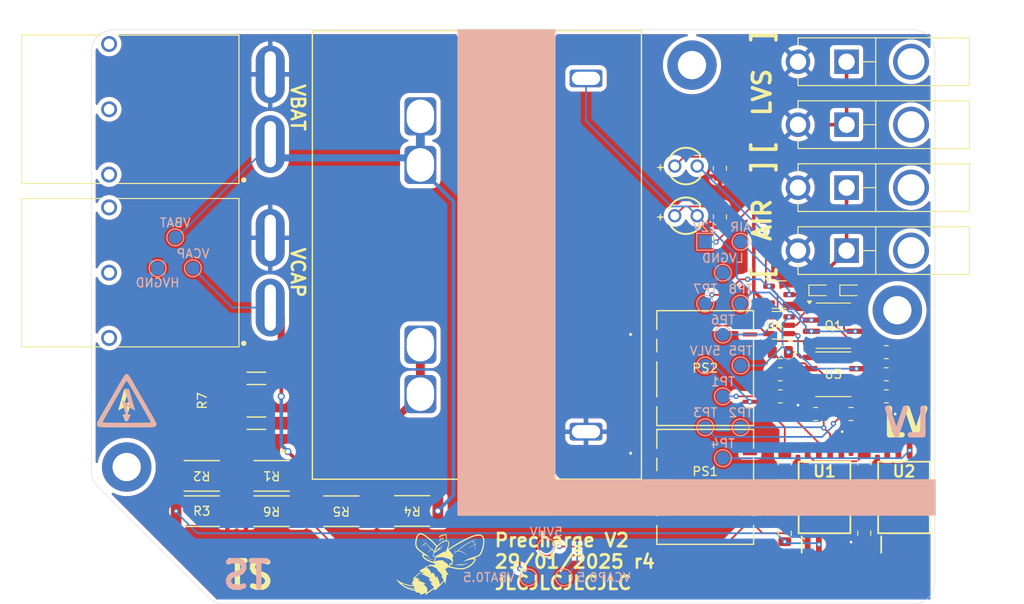
<source format=kicad_pcb>
(kicad_pcb (version 20240108) (generator "pcbnew") (generator_version "8.0")
  (layers (0 "F.Cu" signal) (31 "B.Cu" signal) (34 "B.Paste" user) (35 "F.Paste" user) (36 "B.SilkS" user "B.Silkscreen") (37 "F.SilkS" user "F.Silkscreen") (38 "B.Mask" user) (39 "F.Mask" user) (44 "Edge.Cuts" user))
  (net 0 "")
  (net 1 "VBAT")
  (net 2 "HVGND")
  (net 3 "+5V_HV")
  (net 4 "LVGND")
  (net 5 "+5V_LV")
  (net 6 "VCAP-0.5%")
  (net 7 "+12V")
  (net 8 "VCAP")
  (net 9 "VBAT-0.5%")
  (net 10 "Net-(R1-Pad2)")
  (net 11 "Net-(R4-Pad2)")
  (net 12 "Net-(U3A--)")
  (net 13 "Net-(U3A-+)")
  (net 14 "Net-(U4-+)")
  (net 15 "Net-(U3B--)")
  (net 16 "Net-(U3B-+)")
  (net 17 "Net-(U4--)")
  (net 18 "CHARGE-COIL")
  (net 19 "Net-(U1-OUT+)")
  (net 20 "Net-(U1-OUT-)")
  (net 21 "Net-(U2-OUT+)")
  (net 22 "Net-(U2-OUT-)")
  (net 23 "Net-(K1-Pad3)")
  (net 24 "AIR-FET")
  (net 25 "Net-(D2-K)")
  (net 26 "Net-(D3-K)")
  (net 27 "AIR-COIL")
  (footprint "Capacitor_SMD:C_0805_2012Metric" (layer "F.Cu") (at 194.5 118 90)
    (property "Reference" "C3" (hide yes))
    (property "Value" "100nF")
  )
  (footprint "Capacitor_SMD:C_0805_2012Metric" (layer "F.Cu") (at 203.5 126 90)
    (property "Reference" "C6" (hide yes))
    (property "Value" "100nF")
  )
  (footprint "Resistor_SMD:R_0805_2012Metric" (layer "F.Cu") (at 187.16375 84.679 -90)
    (property "Reference" "R16" (hide yes))
    (property "Value" "600")
  )
  (footprint "customFootprints:RC2512N_VIS" (layer "F.Cu") (at 136.402793 123.5 180)
    (property "Reference" "R6")
    (property "Value" "1K")
  )
  (footprint "Resistor_SMD:R_0805_2012Metric" (layer "F.Cu") (at 187.16375 90.179 -90)
    (property "Reference" "R17" (hide yes))
    (property "Value" "600")
  )
  (footprint "molexMiniFitJr:MFJ_2X1" (layer "F.Cu") (at 201.5 79.746 90)
    (property "Reference" "J3" (hide yes))
    (property "Value" "TSAL_CONN_LV")
  )
  (footprint "customFootprints:RC2512N_VIS" (layer "F.Cu") (at 128.5 123.5)
    (property "Reference" "R3")
    (property "Value" "1K")
  )
  (footprint "MountingHole:MountingHole_3.2mm_M3_DIN965_Pad" (layer "F.Cu") (at 207.25 100.75)
    (property "Reference" "REF**" (hide yes))
    (property "Value" "MountingHole_3.2mm_M3_DIN965_Pad")
  )
  (footprint "MountingHole:MountingHole_3.2mm_M3_DIN965_Pad" (layer "F.Cu") (at 120 118.5)
    (property "Reference" "REF**" (hide yes))
    (property "Value" "MountingHole_3.2mm_M3_DIN965_Pad")
  )
  (footprint "Package_SO:SOIC-8_3.9x4.9mm_P1.27mm" (layer "F.Cu") (at 200 102.5)
    (property "Reference" "Q1")
    (property "Value" "SI1539CDL-T1-GE3")
  )
  (footprint "Diode_SMD:D_SOD-523" (layer "F.Cu") (at 202 98.5)
    (property "Reference" "D1" (hide yes))
    (property "Value" "1N4448X-TP")
  )
  (footprint "customFootprints:SMD5_12.75X10.7X6.7_SINGLE_RCP" (layer "F.Cu") (at 185.4942 107.3)
    (property "Reference" "PS2")
    (property "Value" "PESE1-S12-S5-M-TR")
  )
  (footprint "Package_TO_SOT_SMD:SOT-23-3" (layer "F.Cu") (at 193.862414 98.982821)
    (property "Reference" "Q2" (hide yes))
    (property "Value" "NTR4003NT1G")
  )
  (footprint "customFootprints:Signature-F.Cu" (layer "F.Cu") (at 186 79.25)
    (property "Reference" "REF**" (hide yes))
    (property "Value" "Signature-F.Cu")
  )
  (footprint "customFootprints:RC2512N_VIS" (layer "F.Cu") (at 144.3 123.5 180)
    (property "Reference" "R5")
    (property "Value" "110K")
  )
  (footprint "customFootprints:stinger" (layer "F.Cu") (at 155.5 129.5)
    (property "Reference" "G***" (hide yes))
    (property "Value" "LOGO" (hide yes))
  )
  (footprint "customFootprints:electric-shock-symbol" (layer "F.Cu") (at 120 111)
    (property "Reference" "G***" (hide yes))
    (property "Value" "LOGO" (hide yes))
  )
  (footprint "customFootprints:SOIC127P1150X361-8N" (layer "F.Cu") (at 199.001 121.95 90)
    (property "Reference" "U1")
    (property "Value" "ACPL-C87A-500E" (hide yes))
  )
  (footprint "customFootprints:APP_ASMPR45-1X2-RK" (layer "F.Cu") (at 118.015 96.5 90)
    (property "Reference" "J6" (hide yes))
    (property "Value" "CONN_CAP")
  )
  (footprint "customFootprints:SOIC127P1150X361-8N" (layer "F.Cu") (at 208 121.95 90)
    (property "Reference" "U2")
    (property "Value" "ACPL-C87A-500E" (hide yes))
  )
  (footprint "customFootprints:RC2512N_VIS" (layer "F.Cu") (at 152.325 123.475 180)
    (property "Reference" "R4")
    (property "Value" "124K")
  )
  (footprint "customFootprints:WL-TMRC_3MM" (layer "F.Cu") (at 183.31875 90.054)
    (property "Reference" "D3" (hide yes))
    (property "Value" "151031SS06000")
  )
  (footprint "Resistor_SMD:R_0805_2012Metric" (layer "F.Cu") (at 198 112.5 180)
    (property "Reference" "R10" (hide yes))
    (property "Value" "10K")
  )
  (footprint "molexMiniFitJr:MFJ_2X1" (layer "F.Cu") (at 201.5 86.873 90)
    (property "Reference" "J2" (hide yes))
    (property "Value" "TSAL_CONN_AIR")
  )
  (footprint "Resistor_SMD:R_0805_2012Metric" (layer "F.Cu") (at 206 105.5 180)
    (property "Reference" "R8" (hide yes))
    (property "Value" "9K7")
  )
  (footprint "customFootprints:APP_ASMPR45-1X2-RK" (layer "F.Cu") (at 118.015 78 90)
    (property "Reference" "J5" (hide yes))
    (property "Value" "CONN_HV")
  )
  (footprint "Resistor_SMD:R_0805_2012Metric" (layer "F.Cu") (at 194 105.5)
    (property "Reference" "R12" (hide yes))
    (property "Value" "10K")
  )
  (footprint "Diode_SMD:D_SOD-523" (layer "F.Cu") (at 198.5 98.5)
    (property "Reference" "D4" (hide yes))
    (property "Value" "1N4448X-TP")
  )
  (footprint "customFootprints:RELAY_G9KB-1A_OMR" (layer "F.Cu") (at 172 74.5)
    (property "Reference" "K1")
    (property "Value" "12V")
  )
  (footprint "Capacitor_SMD:C_0805_2012Metric" (layer "F.Cu") (at 203.5 118 90)
    (property "Reference" "C4" (hide yes))
    (property "Value" "100nF")
  )
  (footprint "customFootprints:SMD5_12.75X10.7X6.7_SINGLE_RCP" (layer "F.Cu") (at 185.5 120.75)
    (property "Reference" "PS1")
    (property "Value" "PESE1-S12-S5-M-TR")
  )
  (footprint "molexMiniFitJr:MFJ_2X1" (layer "F.Cu") (at 201.5 94 90)
    (property "Reference" "J1" (hide yes))
    (property "Value" "CONN_AIR")
  )
  (footprint "Resistor_SMD:R_0805_2012Metric" (layer "F.Cu") (at 206 108 180)
    (property "Reference" "R14" (hide yes))
    (property "Value" "10K")
  )
  (footprint "customFootprints:SOIC127P600X175-8N" (layer "F.Cu") (at 200 108)
    (property "Reference" "U3")
    (property "Value" "MC33072DR2G")
  )
  (footprint "Resistor_SMD:R_0805_2012Metric" (layer "F.Cu") (at 194 108)
    (property "Reference" "R11" (hide yes))
    (property "Value" "10K")
  )
  (footprint "customFootprints:WL-TMRC_3MM" (layer "F.Cu") (at 183.31875 84.429)
    (property "Reference" "D2" (hide yes))
    (property "Value" "151031VS06000")
  )
  (footprint "Resistor_SMD:R_0805_2012Metric" (layer "F.Cu") (at 206 110.5 180)
    (property "Reference" "R15" (hide yes))
    (property "Value" "10K")
  )
  (footprint "Resistor_SMD:R_0805_2012Metric" (layer "F.Cu") (at 202 112.5)
    (property "Reference" "R13" (hide yes))
    (property "Value" "10K")
  )
  (footprint "molexMiniFitJr:MFJ_2X1" (layer "F.Cu") (at 201.5 72.619 90)
    (property "Reference" "J4" (hide yes))
    (property "Value" "CONN_LV")
  )
  (footprint "MountingHole:MountingHole_3.2mm_M3_DIN965_Pad" (layer "F.Cu") (at 184 73)
    (property "Reference" "REF**" (hide yes))
    (property "Value" "MountingHole_3.2mm_M3_DIN965_Pad")
  )
  (footprint "customFootprints:RC2512N_VIS" (layer "F.Cu") (at 136.402793 119.5 180)
    (property "Reference" "R1")
    (property "Value" "124K")
  )
  (footprint "Package_TO_SOT_SMD:SOT-23-5" (layer "F.Cu") (at 193.8625 102.45 180)
    (property "Reference" "U4")
    (property "Value" "TL331")
  )
  (footprint "customFootprints:RC2512N_VIS" (layer "F.Cu") (at 128.5 119.5 180)
    (property "Reference" "R2")
    (property "Value" "110K")
  )
  (footprint "customFootprints:PWR263S-35-1002F_BRN" (layer "F.Cu") (at 128.553601 111 90)
    (property "Reference" "R7")
    (property "Value" "15K")
  )
  (footprint "Capacitor_SMD:C_0805_2012Metric" (layer "F.Cu") (at 194.5 126 90)
    (property "Reference" "C5" (hide yes))
    (property "Value" "100nF")
  )
  (footprint "Resistor_SMD:R_0805_2012Metric" (layer "F.Cu") (at 194 110.5)
    (property "Reference" "R9" (hide yes))
    (property "Value" "10K")
  )
  (footprint "TestPoint:TestPoint_Pad_D1.5mm" (layer "B.Cu") (at 187.5 117.5 180)
    (property "Reference" "TP4")
    (property "Value" "TestPoint")
  )
  (footprint "TestPoint:TestPoint_Pad_D1.5mm" (layer "B.Cu") (at 169.5 131 180)
    (property "Reference" "VCAP0.5")
    (property "Value" "TestPoint")
  )
  (footprint "customFootprints:electric-shock-symbol" (layer "B.Cu") (at 120 111 180)
    (property "Reference" "G***" (hide yes))
    (property "Value" "LOGO" (hide yes))
  )
  (footprint "TestPoint:TestPoint_Pad_D1.5mm" (layer "B.Cu") (at 187.5 96.5 180)
    (property "Reference" "LVGND")
    (property "Value" "TestPoint")
  )
  (footprint "TestPoint:TestPoint_Pad_D1.5mm" (layer "B.Cu") (at 187.5 103.5 180)
    (property "Reference" "TP6")
    (property "Value" "TestPoint")
  )
  (footprint "TestPoint:TestPoint_Pad_D1.5mm" (layer "B.Cu") (at 165.5 131 180)
    (property "Reference" "VBAT0.5")
    (property "Value" "TestPoint")
  )
  (footprint "TestPoint:TestPoint_Pad_D1.5mm" (layer "B.Cu") (at 189.5 93 180)
    (property "Reference" "AIR")
    (property "Value" "TestPoint")
  )
  (footprint "TestPoint:TestPoint_Pad_D1.5mm" (layer "B.Cu") (at 185.5 107 180)
    (property "Reference" "5VLV")
    (property "Value" "TestPoint")
  )
  (footprint "TestPoint:TestPoint_Pad_D1.5mm" (layer "B.Cu") (at 185.5 100 180)
    (property "Reference" "TP7")
    (property "Value" "TestPoint")
  )
  (footprint "TestPoint:TestPoint_Pad_D1.5mm" (layer "B.Cu") (at 189.5 114 180)
    (property "Reference" "TP2")
    (property "Value" "TestPoint")
  )
  (footprint "TestPoint:TestPoint_Pad_D1.5mm" (layer "B.Cu") (at 189.5 107 180)
    (property "Reference" "TP5")
    (property "Value" "TestPoint")
  )
  (footprint "TestPoint:TestPoint_Pad_D1.5mm" (layer "B.Cu") (at 123.5 96)
    (property "Reference" "HVGND")
    (property "Value" "TestPoint")
  )
  (footprint "TestPoint:TestPoint_Pad_D1.5mm" (layer "B.Cu") (at 187.5 110.5 180)
    (property "Reference" "TP1")
    (property "Value" "TestPoint")
  )
  (footprint "TestPoint:TestPoint_Pad_D1.5mm" (layer "B.Cu") (at 185.5 114 180)
    (property "Reference" "TP3")
    (property "Value" "TestPoint")
  )
  (footprint "TestPoint:TestPoint_Pad_D1.5mm" (layer "B.Cu") (at 127.5 96 180)
    (property "Reference" "VCAP")
    (property "Value" "TestPoint")
  )
  (footprint "TestPoint:TestPoint_Pad_D1.5mm" (layer "B.Cu") (at 189.5 100 180)
    (property "Reference" "TP8")
    (property "Value" "TestPoint")
  )
  (footprint "TestPoint:TestPoint_Pad_D1.5mm" (layer "B.Cu") (at 125.5 92.5 180)
    (property "Reference" "VBAT")
    (property "Value" "TestPoint")
  )
  (footprint "TestPoint:TestPoint_Pad_1.5x1.5mm" (layer "B.Cu") (at 185.5 93 180)
    (property "Reference" "12V")
    (property "Value" "TestPoint")
  )
  (footprint "TestPoint:TestPoint_Pad_D1.5mm" (layer "B.Cu") (at 167.5 127.5 180)
    (property "Reference" "5VHV")
    (property "Value" "TestPoint")
  )
  (gr_poly (pts (xy 157.5 68.974996) (xy 168.5 68.974996) (xy 168.5 123.949996) (xy 157.5 123.949996)) (stroke (width 0.1)) (fill solid) (layer "B.SilkS"))
  (gr_rect (start 157.5 119.95) (end 211.55 123.95) (stroke (width 0.1)) (fill solid) (layer "B.SilkS"))
  (gr_poly (pts (xy 161.6 123.95) (xy 161.6 123.2) (xy 167.5 123.2) (xy 167.5 120.7) (xy 161.6 120.7) (xy 161.6 119.95) (xy 168.35 119.95) (xy 168.35 123.95)) (stroke (width 0.1)) (fill solid) (layer "F.SilkS"))
  (gr_rect (start 157.5 119.95) (end 161.65 123.95) (stroke (width 0.1)) (fill solid) (layer "F.SilkS"))
  (gr_poly (pts (xy 157.5 68.975) (xy 168.5 68.975) (xy 168.5 120.625) (xy 157.5 120.625)) (stroke (width 0.1)) (fill solid) (layer "F.SilkS"))
  (gr_rect (start 168.45 119.95) (end 211.55 123.95) (stroke (width 0.1)) (fill solid) (layer "F.SilkS"))
  (gr_arc (start 116 71.5) (mid 116.732233 69.732233) (end 118.5 69) (stroke (width 0.05)) (layer "Edge.Cuts"))
  (gr_line (start 211.5 131.5) (end 211.5 71.5) (stroke (width 0.05)) (layer "Edge.Cuts"))
  (gr_arc (start 116.732233 120.732233) (mid 116.190312 119.921173) (end 116 118.964466) (stroke (width 0.05)) (layer "Edge.Cuts"))
  (gr_arc (start 211.5 131.5) (mid 210.767767 133.267767) (end 209 134) (stroke (width 0.05)) (layer "Edge.Cuts"))
  (gr_line (start 116.732233 120.732233) (end 129.267767 133.267767) (stroke (width 0.05)) (layer "Edge.Cuts"))
  (gr_arc (start 209 69) (mid 210.767767 69.732233) (end 211.5 71.5) (stroke (width 0.05)) (layer "Edge.Cuts"))
  (gr_line (start 131.035534 134) (end 209 134) (stroke (width 0.05)) (layer "Edge.Cuts"))
  (gr_line (start 209 69) (end 118.5 69) (stroke (width 0.05)) (layer "Edge.Cuts"))
  (gr_line (start 116 71.5) (end 116 118.964466) (stroke (width 0.05)) (layer "Edge.Cuts"))
  (gr_arc (start 131.035534 134) (mid 130.078818 133.80971) (end 129.267767 133.267767) (stroke (width 0.05)) (layer "Edge.Cuts"))
  (gr_text "TS" (at 136.5 132.5 0) (layer "B.SilkS") (effects (font (size 3 3) (thickness 0.6) (bold yes)) (justify left bottom mirror)))
  (gr_text "LV" (at 211.25 115.25 -0) (layer "B.SilkS") (effects (font (size 3 3) (thickness 0.6) (bold yes)) (justify left bottom mirror)))
  (gr_text "VBAT" (at 138.5 75 -90) (layer "F.SilkS") (effects (font (size 1.5 1.5) (thickness 0.3) (bold yes)) (justify left bottom)))
  (gr_text "VCAP" (at 138.5 93.5 -90) (layer "F.SilkS") (effects (font (size 1.5 1.5) (thickness 0.3) (bold yes)) (justify left bottom)))
  (gr_text "[  AIR  ]" (at 193.1 97.5 90) (layer "F.SilkS") (effects (font (size 2 2) (thickness 0.4) (bold yes)) (justify left bottom)))
  (gr_text "TS" (at 131 132.5 0) (layer "F.SilkS") (effects (font (size 3 3) (thickness 0.6) (bold yes)) (justify left bottom)))
  (gr_text "Precharge V2\n29/01/2025 r4\nJLCJLCJLCJLC" (at 161.5 132.5 0) (layer "F.SilkS") (effects (font (size 1.5 1.5) (thickness 0.3) (bold yes)) (justify left bottom)))
  (gr_text "Conformal\nCoating" (at 164.55 122.95 0) (layer "F.SilkS" knockout) (effects (font (size 0.75 0.75) (thickness 0.15) (bold yes)) (justify bottom)))
  (gr_text "[  LVS  ]" (at 193.1 83.35 90) (layer "F.SilkS") (effects (font (size 2 2) (thickness 0.4) (bold yes)) (justify left bottom)))
  (gr_text "LV" (at 205.25 115.25 0) (layer "F.SilkS") (effects (font (size 3 3) (thickness 0.6) (bold yes)) (justify left bottom)))
  (via (at 155.227793 123.475) (size 0.8) (drill 0.5) (layers "F.Cu" "B.Cu") (net 1))
  (segment (start 137.805 83.5) (end 152.45 83.5) (width 0.8) (layer "B.Cu") (net 1))
  (segment (start 126.205 92) (end 136.255 81.95) (width 0.2) (layer "B.Cu") (net 1))
  (segment (start 136.255 81.95) (end 137.805 83.5) (width 0.6) (layer "B.Cu") (net 1))
  (segment (start 126 92) (end 126.205 92) (width 0.2) (layer "B.Cu") (net 1))
  (segment (start 157 88.45) (end 153.2 84.65) (width 0.4) (layer "B.Cu") (net 1))
  (segment (start 155.227793 123.475) (end 157 121.702793) (width 0.4) (layer "B.Cu") (net 1))
  (segment (start 125.5 92.5) (end 126 92) (width 0.2) (layer "B.Cu") (net 1))
  (segment (start 153.25 84.3) (end 153.25 78.8) (width 1) (layer "B.Cu") (net 1))
  (segment (start 152.45 83.5) (end 153.25 84.3) (width 0.6) (layer "B.Cu") (net 1))
  (segment (start 157 121.702793) (end 157 88.45) (width 0.4) (layer "B.Cu") (net 1))
  (via (at 202 127) (size 0.6) (drill 0.3) (layers "F.Cu" "B.Cu") (net 2))
  (segment (start 190.5546 124.56) (end 191.9946 126) (width 0.2) (layer "F.Cu") (net 3))
  (segment (start 169 127.5) (end 187.6146 127.5) (width 0.2) (layer "F.Cu") (net 3))
  (segment (start 197.741 126.05) (end 204.87 126.05) (width 0.2) (layer "F.Cu") (net 3))
  (segment (start 197.096 127.275) (end 197.096 126.695) (width 0.2) (layer "F.Cu") (net 3))
  (segment (start 197.096 126.695) (end 197.741 126.05) (width 0.2) (layer "F.Cu") (net 3))
  (segment (start 191.9946 126) (end 195.821 126) (width 0.2) (layer "F.Cu") (net 3))
  (segment (start 204.87 126.05) (end 206.095 127.275) (width 0.2) (layer "F.Cu") (net 3))
  (segment (start 187.6146 127.5) (end 190.5546 124.56) (width 0.2) (layer "F.Cu") (net 3))
  (segment (start 195.821 126) (end 197.096 127.275) (width 0.2) (layer "F.Cu") (net 3))
  (via (at 169 127.5) (size 0.6) (drill 0.3) (layers "F.Cu" "B.Cu") (net 3))
  (segment (start 167.5 127.5) (end 169 127.5) (width 0.2) (layer "B.Cu") (net 3))
  (segment (start 196.25 101.524448) (end 197.179448 100.595) (width 0.2) (layer "F.Cu") (net 4))
  (segment (start 196.25 102) (end 196.25 101.524448) (width 0.2) (layer "F.Cu") (net 4))
  (segment (start 195.8 102.45) (end 196.25 102) (width 0.2) (layer "F.Cu") (net 4))
  (segment (start 195 102.45) (end 195.8 102.45) (width 0.2) (layer "F.Cu") (net 4))
  (segment (start 197.179448 100.595) (end 197.525 100.595) (width 0.2) (layer "F.Cu") (net 4))
  (via (at 201 114.5) (size 0.6) (drill 0.3) (layers "F.Cu" "B.Cu") (net 4))
  (via (at 196 111.5) (size 0.6) (drill 0.3) (layers "F.Cu" "B.Cu") (net 4))
  (via (at 207 112.5) (size 0.6) (drill 0.3) (layers "F.Cu" "B.Cu") (net 4))
  (segment (start 194.5 114) (end 194.5 117.05) (width 0.2) (layer "F.Cu") (net 5))
  (segment (start 194.5 117.05) (end 195.05 116.5) (width 0.2) (layer "F.Cu") (net 5))
  (segment (start 197.85 117.85) (end 202.7 117.85) (width 0.2) (layer "F.Cu") (net 5))
  (segment (start 202.7 117.85) (end 203.5 117.05) (width 0.2) (layer "F.Cu") (net 5))
  (segment (start 195.05 116.5) (end 196.971 116.5) (width 0.2) (layer "F.Cu") (net 5))
  (segment (start 205.97 116.5) (end 206.095 116.625) (width 0.2) (layer "F.Cu") (net 5))
  (segment (start 203.5 117.05) (end 204.05 116.5) (width 0.2) (layer "F.Cu") (net 5))
  (segment (start 190.5 111.12) (end 191.62 111.12) (width 0.2) (layer "F.Cu") (net 5))
  (segment (start 204.05 116.5) (end 205.97 116.5) (width 0.2) (layer "F.Cu") (net 5))
  (segment (start 196.971 116.5) (end 197.096 116.625) (width 0.2) (layer "F.Cu") (net 5))
  (segment (start 197.096 117.096) (end 197.85 117.85) (width 0.2) (layer "F.Cu") (net 5))
  (segment (start 191.62 111.12) (end 194.5 114) (width 0.2) (layer "F.Cu") (net 5))
  (segment (start 197.096 116.625) (end 197.096 117.096) (width 0.2) (layer "F.Cu") (net 5))
  (via (at 190.5488 111.11) (size 0.6) (drill 0.3) (layers "F.Cu" "B.Cu") (net 5))
  (segment (start 190.5488 111.0488) (end 190.5488 111.11) (width 0.2) (layer "B.Cu") (net 5))
  (segment (start 185.5 107) (end 186.5 107) (width 0.2) (layer "B.Cu") (net 5))
  (segment (start 186.5 107) (end 190.5488 111.0488) (width 0.2) (layer "B.Cu") (net 5))
  (segment (start 125.597207 119.5) (end 125.597207 123.5) (width 0.2) (layer "F.Cu") (net 6))
  (via (at 198.366 127.275) (size 0.6) (drill 0.3) (layers "F.Cu" "B.Cu") (net 6))
  (via (at 125.597207 123.5) (size 0.6) (drill 0.3) (layers "F.Cu" "B.Cu") (net 6))
  (via (at 194.5 126.95) (size 0.6) (drill 0.3) (layers "F.Cu" "B.Cu") (net 6))
  (segment (start 194.5 126.95) (end 194.675 127.125) (width 0.2) (layer "B.Cu") (net 6))
  (segment (start 171 126) (end 193.55 126) (width 0.2) (layer "B.Cu") (net 6))
  (segment (start 198.216 127.125) (end 198.366 127.275) (width 0.2) (layer "B.Cu") (net 6))
  (segment (start 125.597207 123.597207) (end 128 126) (width 0.2) (layer "B.Cu") (net 6))
  (segment (start 194.675 127.125) (end 198.216 127.125) (width 0.2) (layer "B.Cu") (net 6))
  (segment (start 128 126) (end 171 126) (width 0.2) (layer "B.Cu") (net 6))
  (segment (start 171 126.5) (end 171.5 126) (width 0.2) (layer "B.Cu") (net 6))
  (segment (start 194.45 127) (end 194.5 126.95) (width 0.2) (layer "B.Cu") (net 6))
  (segment (start 193.55 126) (end 194.5 126.95) (width 0.2) (layer "B.Cu") (net 6))
  (segment (start 125.597207 123.5) (end 125.597207 123.597207) (width 0.2) (layer "B.Cu") (net 6))
  (segment (start 169.5 131) (end 171 129.5) (width 0.2) (layer "B.Cu") (net 6))
  (segment (start 171 129.5) (end 171 126.5) (width 0.2) (layer "B.Cu") (net 6))
  (segment (start 201.5 79.746) (end 201.5 72.619) (width 0.4) (layer "F.Cu") (net 7))
  (segment (start 197.525 104.405) (end 198.905 104.405) (width 0.2) (layer "F.Cu") (net 7))
  (segment (start 181.5455 107.1359) (end 181.5455 118.3799) (width 0.2) (layer "F.Cu") (net 7))
  (segment (start 186.720604 93.03189) (end 191 88.752494) (width 0.2) (layer "F.Cu") (net 7))
  (segment (start 199.254 79.746) (end 201.5 79.746) (width 0.4) (layer "F.Cu") (net 7))
  (segment (start 191 102) (end 191 101) (width 0.2) (layer "F.Cu") (net 7))
  (segment (start 193.25 104.25) (end 191 102) (width 0.2) (layer "F.Cu") (net 7))
  (segment (start 180.4496 106.04) (end 181.5455 107.1359) (width 0.2) (layer "F.Cu") (net 7))
  (segment (start 197.525 104.405) (end 197.37 104.25) (width 0.2) (layer "F.Cu") (net 7))
  (segment (start 191 88) (end 199.254 79.746) (width 0.4) (layer "F.Cu") (net 7))
  (segment (start 191 101) (end 189.5 102.5) (width 0.2) (layer "F.Cu") (net 7))
  (segment (start 189.5 102.5) (end 183.9696 102.5) (width 0.2) (layer "F.Cu") (net 7))
  (segment (start 191 88) (end 191 98.5875) (width 0.4) (layer "F.Cu") (net 7))
  (segment (start 191 98.5875) (end 192.3625 99.95) (width 0.4) (layer "F.Cu") (net 7))
  (segment (start 191 101) (end 191 98.5875) (width 0.2) (layer "F.Cu") (net 7))
  (segment (start 200.595 106.095) (end 202.63 106.095) (width 0.2) (layer "F.Cu") (net 7))
  (segment (start 181.5455 118.3799) (end 180.4454 119.48) (width 0.2) (layer "F.Cu") (net 7))
  (segment (start 180.3908 106.04) (end 180.4496 106.04) (width 0.2) (layer "F.Cu") (net 7))
  (segment (start 198.905 104.405) (end 200.595 106.095) (width 0.2) (layer "F.Cu") (net 7))
  (segment (start 183.9696 102.5) (end 180.4396 106.03) (width 0.2) (layer "F.Cu") (net 7))
  (segment (start 191 88.752494) (end 191 88) (width 0.2) (layer "F.Cu") (net 7))
  (segment (start 186.71811 93.03189) (end 186.720604 93.03189) (width 0.2) (layer "F.Cu") (net 7))
  (segment (start 197.37 104.25) (end 193.25 104.25) (width 0.2) (layer "F.Cu") (net 7))
  (via (at 186.71811 93.03189) (size 0.6) (drill 0.3) (layers "F.Cu" "B.Cu") (net 7))
  (segment (start 186.68622 93) (end 186.71811 93.03189) (width 0.2) (layer "B.Cu") (net 7))
  (segment (start 185.5 93) (end 186.68622 93) (width 0.2) (layer "B.Cu") (net 7))
  (segment (start 138.25 116.75) (end 139.305586 117.805586) (width 0.4) (layer "F.Cu") (net 8))
  (segment (start 136.255 100.45) (end 137.5 101.695) (width 0.6) (layer "F.Cu") (net 8))
  (segment (start 137.5 109.0656) (end 138.1456 108.42) (width 0.2) (layer "F.Cu") (net 8))
  (segment (start 137.5 107.7744) (end 138.1456 108.42) (width 0.6) (layer "F.Cu") (net 8))
  (segment (start 137.5 101.695) (end 137.5 107.7744) (width 0.8) (layer "F.Cu") (net 8))
  (segment (start 137.5 110.5) (end 137.5 109.0656) (width 0.4) (layer "F.Cu") (net 8))
  (segment (start 139.305586 117.805586) (end 139.305586 119.5) (width 0.4) (layer "F.Cu") (net 8))
  (via (at 137.5 110.5) (size 0.8) (drill 0.5) (layers "F.Cu" "B.Cu") (net 8))
  (via (at 138.25 116.75) (size 0.8) (drill 0.5) (layers "F.Cu" "B.Cu") (net 8))
  (segment (start 137.5 110.5) (end 137.5 116) (width 0.4) (layer "B.Cu") (net 8))
  (segment (start 131.95 100.45) (end 136.255 100.45) (width 0.2) (layer "B.Cu") (net 8))
  (segment (start 127.5 96) (end 131.95 100.45) (width 0.2) (layer "B.Cu") (net 8))
  (segment (start 137.5 116) (end 138.25 116.75) (width 0.4) (layer "B.Cu") (net 8))
  (segment (start 205.05 128.5) (end 206.74 128.5) (width 0.2) (layer "F.Cu") (net 9))
  (segment (start 164.5 129) (end 164 128.5) (width 0.2) (layer "F.Cu") (net 9))
  (segment (start 164 128.5) (end 201.95 128.5) (width 0.2) (layer "F.Cu") (net 9))
  (segment (start 139.305586 123.5) (end 141.397207 123.5) (width 0.4) (layer "F.Cu") (net 9))
  (segment (start 203.5 126.95) (end 205.05 128.5) (width 0.2) (layer "F.Cu") (net 9))
  (segment (start 144.59721 128.5) (end 164 128.5) (width 0.2) (layer "F.Cu") (net 9))
  (segment (start 141.397207 123.5) (end 141.397207 125.299997) (width 0.2) (layer "F.Cu") (net 9))
  (segment (start 203.5 126.95) (end 203.5 127) (width 0.2) (layer "F.Cu") (net 9))
  (segment (start 141.397207 125.299997) (end 144.59721 128.5) (width 0.2) (layer "F.Cu") (net 9))
  (segment (start 201.95 128.5) (end 203.5 126.95) (width 0.2) (layer "F.Cu") (net 9))
  (segment (start 207.365 127.875) (end 207.365 127.275) (width 0.2) (layer "F.Cu") (net 9))
  (segment (start 164.5 130) (end 164.5 129) (width 0.2) (layer "F.Cu") (net 9))
  (segment (start 206.74 128.5) (end 207.365 127.875) (width 0.2) (layer "F.Cu") (net 9))
  (via (at 164.5 130) (size 0.6) (drill 0.3) (layers "F.Cu" "B.Cu") (net 9))
  (segment (start 165.5 131) (end 164.5 130) (width 0.2) (layer "B.Cu") (net 9))
  (segment (start 131.402793 119.5) (end 133.5 119.5) (width 0.4) (layer "F.Cu") (net 10))
  (segment (start 147.252793 123.5) (end 149.447207 123.5) (width 0.4) (layer "F.Cu") (net 11))
  (segment (start 196.755 106.75) (end 197.37 107.365) (width 0.2) (layer "F.Cu") (net 12))
  (segment (start 198.85 110.7375) (end 197.0875 112.5) (width 0.2) (layer "F.Cu") (net 12))
  (segment (start 198.595001 107.745001) (end 198.85 108) (width 0.2) (layer "F.Cu") (net 12))
  (segment (start 198.575 107.745001) (end 198.595001 107.745001) (width 0.2) (layer "F.Cu") (net 12))
  (segment (start 197.37 107.365) (end 198.194999 107.365) (width 0.2) (layer "F.Cu") (net 12))
  (segment (start 198.194999 107.365) (end 198.575 107.745001) (width 0.2) (layer "F.Cu") (net 12))
  (segment (start 193.0875 105.5) (end 194.3375 106.75) (width 0.2) (layer "F.Cu") (net 12))
  (segment (start 194.3375 106.75) (end 196.755 106.75) (width 0.2) (layer "F.Cu") (net 12))
  (segment (start 198.85 108) (end 198.85 110.7375) (width 0.2) (layer "F.Cu") (net 12))
  (segment (start 194.9125 110.5) (end 194.9125 108) (width 0.2) (layer "F.Cu") (net 13))
  (segment (start 197.21 108.475) (end 197.37 108.635) (width 0.2) (layer "F.Cu") (net 13))
  (segment (start 194.9125 108) (end 195.3875 108.475) (width 0.2) (layer "F.Cu") (net 13))
  (segment (start 195.3875 108.475) (end 197.21 108.475) (width 0.2) (layer "F.Cu") (net 13))
  (segment (start 195.65 105.5) (end 196.245 106.095) (width 0.2) (layer "F.Cu") (net 14))
  (segment (start 194.9125 105.5) (end 195.65 105.5) (width 0.2) (layer "F.Cu") (net 14))
  (segment (start 196.245 106.095) (end 197.37 106.095) (width 0.2) (layer "F.Cu") (net 14))
  (via (at 195 101.5) (size 0.6) (drill 0.3) (layers "F.Cu" "B.Cu") (net 14))
  (via (at 194.9125 105.5) (size 0.6) (drill 0.3) (layers "F.Cu" "B.Cu") (net 14))
  (segment (start 192.0875 107) (end 194.25 104.8375) (width 0.2) (layer "B.Cu") (net 14))
  (segment (start 195 101.5) (end 194.25 102.25) (width 0.2) (layer "B.Cu") (net 14))
  (segment (start 194.25 104.8375) (end 194.9125 105.5) (width 0.2) (layer "B.Cu") (net 14))
  (segment (start 194.25 102.25) (end 194.25 104.8375) (width 0.2) (layer "B.Cu") (net 14))
  (segment (start 189.5 107) (end 192.0875 107) (width 0.2) (layer "B.Cu") (net 14))
  (segment (start 203.24 108.635) (end 203.875 108) (width 0.2) (layer "F.Cu") (net 15))
  (segment (start 203.875 108) (end 205.0875 108) (width 0.2) (layer "F.Cu") (net 15))
  (segment (start 205.0875 108) (end 205.0875 107.7125) (width 0.2) (layer "F.Cu") (net 15))
  (segment (start 206.9125 105.8875) (end 206.9125 105.5) (width 0.2) (layer "F.Cu") (net 15))
  (segment (start 205.0875 107.7125) (end 206.9125 105.8875) (width 0.2) (layer "F.Cu") (net 15))
  (segment (start 202.63 108.635) (end 203.24 108.635) (width 0.2) (layer "F.Cu") (net 15))
  (segment (start 202.63 109.905) (end 203.18 109.905) (width 0.2) (layer "F.Cu") (net 16))
  (segment (start 202.63 109.905) (end 202.63 112.2175) (width 0.2) (layer "F.Cu") (net 16))
  (segment (start 202.63 112.2175) (end 202.9125 112.5) (width 0.2) (layer "F.Cu") (net 16))
  (segment (start 203.775 110.5) (end 205.0875 110.5) (width 0.2) (layer "F.Cu") (net 16))
  (segment (start 203.18 109.905) (end 203.775 110.5) (width 0.2) (layer "F.Cu") (net 16))
  (segment (start 202.63 107.365) (end 203.2225 107.365) (width 0.2) (layer "F.Cu") (net 17))
  (segment (start 195 103.4) (end 195.75 103.4) (width 0.2) (layer "F.Cu") (net 17))
  (segment (start 193.437501 102.5) (end 194.337501 103.4) (width 0.2) (layer "F.Cu") (net 17))
  (segment (start 193 102.5) (end 193.437501 102.5) (width 0.2) (layer "F.Cu") (net 17))
  (segment (start 203.2225 107.365) (end 205.0875 105.5) (width 0.2) (layer "F.Cu") (net 17))
  (segment (start 195.75 103.4) (end 196 103.65) (width 0.2) (layer "F.Cu") (net 17))
  (segment (start 194.337501 103.4) (end 195 103.4) (width 0.2) (layer "F.Cu") (net 17))
  (via (at 196 103.65) (size 0.6) (drill 0.3) (layers "F.Cu" "B.Cu") (net 17))
  (via (at 202.63 107.365) (size 0.6) (drill 0.3) (layers "F.Cu" "B.Cu") (net 17))
  (via (at 193 102.5) (size 0.6) (drill 0.3) (layers "F.Cu" "B.Cu") (net 17))
  (segment (start 187.5 103.5) (end 192 103.5) (width 0.2) (layer "B.Cu") (net 17))
  (segment (start 196 105.573529) (end 197.791471 107.365) (width 0.2) (layer "B.Cu") (net 17))
  (segment (start 196 103.65) (end 196 105.573529) (width 0.2) (layer "B.Cu") (net 17))
  (segment (start 197.791471 107.365) (end 202.63 107.365) (width 0.2) (layer "B.Cu") (net 17))
  (segment (start 192 103.5) (end 193 102.5) (width 0.2) (layer "B.Cu") (net 17))
  (segment (start 201.500001 103.135) (end 201.2 102.834999) (width 0.2) (layer "F.Cu") (net 18))
  (segment (start 197.46 103.2) (end 197.525 103.135) (width 0.2) (layer "F.Cu") (net 18))
  (segment (start 202.475 103.135) (end 202.475 103.15) (width 0.2) (layer "F.Cu") (net 18))
  (segment (start 202.475 103.135) (end 201.500001 103.135) (width 0.2) (layer "F.Cu") (net 18))
  (segment (start 201.2 98.6) (end 201.3 98.5) (width 0.2) (layer "F.Cu") (net 18))
  (segment (start 201.2 102.834999) (end 201.2 98.6) (width 0.2) (layer "F.Cu") (net 18))
  (via (at 197.525 103.135) (size 0.6) (drill 0.3) (layers "F.Cu" "B.Cu") (net 18))
  (via (at 202.475 103.15) (size 0.6) (drill 0.3) (layers "F.Cu" "B.Cu") (net 18))
  (segment (start 190.75 98.75) (end 192.809314 98.75) (width 0.2) (layer "B.Cu") (net 18))
  (segment (start 189.065075 94.530325) (end 184.58875 90.054) (width 0.2) (layer "B.Cu") (net 18))
  (segment (start 184.58875 90.054) (end 183.53475 89) (width 0.2) (layer "B.Cu") (net 18))
  (segment (start 181.671782 89) (end 172 79.328218) (width 0.2) (layer "B.Cu") (net 18))
  (segment (start 197.54 103.15) (end 197.525 103.135) (width 0.2) (layer "B.Cu") (net 18))
  (segment (start 183.53475 89) (end 181.671782 89) (width 0.2) (layer "B.Cu") (net 18))
  (segment (start 172 79.328218) (end 172 74.5) (width 0.2) (layer "B.Cu") (net 18))
  (segment (start 197.525 103.135) (end 197.525 103.08) (width 0.2) (layer "B.Cu") (net 18))
  (segment (start 195.248529 100.9) (end 196.885 102.536471) (width 0.2) (layer "B.Cu") (net 18))
  (segment (start 196.885 102.536471) (end 196.885 103.135) (width 0.2) (layer "B.Cu") (net 18))
  (segment (start 192.809314 98.75) (end 194.959314 100.9) (width 0.2) (layer "B.Cu") (net 18))
  (segment (start 190.75 98.75) (end 189.065075 97.065075) (width 0.2) (layer "B.Cu") (net 18))
  (segment (start 189.5 100) (end 190.75 98.75) (width 0.2) (layer "B.Cu") (net 18))
  (segment (start 172.35 74.85) (end 171.95 74.85) (width 0.2) (layer "B.Cu") (net 18))
  (segment (start 189.065075 97.065075) (end 189.065075 94.530325) (width 0.2) (layer "B.Cu") (net 18))
  (segment (start 202.475 103.15) (end 197.54 103.15) (width 0.2) (layer "B.Cu") (net 18))
  (segment (start 196.885 103.135) (end 197.525 103.135) (width 0.2) (layer "B.Cu") (net 18))
  (segment (start 194.959314 100.9) (end 195.248529 100.9) (width 0.2) (layer "B.Cu") (net 18))
  (segment (start 193.0875 110.5) (end 198.366 115.7785) (width 0.2) (layer "F.Cu") (net 19))
  (segment (start 198.366 115.7785) (end 198.366 116.625) (width 0.2) (layer "F.Cu") (net 19))
  (segment (start 189 110.5) (end 193.0875 110.5) (width 0.2) (layer "F.Cu") (net 19))
  (via (at 189 110.5) (size 0.6) (drill 0.3) (layers "F.Cu" "B.Cu") (net 19))
  (segment (start 187.5 110.5) (end 189 110.5) (width 0.2) (layer "B.Cu") (net 19))
  (segment (start 198.9125 112.5) (end 198.9125 114.0625) (width 0.2) (layer "F.Cu") (net 20))
  (segment (start 198.9125 114.0625) (end 199.636 114.786) (width 0.2) (layer "F.Cu") (net 20))
  (segment (start 199.636 114.786) (end 199.636 116.625) (width 0.2) (layer "F.Cu") (net 20))
  (via (at 198.9125 114.0625) (size 0.6) (drill 0.3) (layers "F.Cu" "B.Cu") (net 20))
  (segment (start 198.85 114) (end 198.9125 114.0625) (width 0.2) (layer "B.Cu") (net 20))
  (segment (start 189.5 114) (end 198.85 114) (width 0.2) (layer "B.Cu") (net 20))
  (segment (start 200 113.5875) (end 201.0875 112.5) (width 0.2) (layer "F.Cu") (net 21))
  (segment (start 207.365 115.715) (end 207.365 116.625) (width 0.2) (layer "F.Cu") (net 21))
  (segment (start 205.975 114.325) (end 207.365 115.715) (width 0.2) (layer "F.Cu") (net 21))
  (segment (start 202.9125 114.325) (end 205.975 114.325) (width 0.2) (layer "F.Cu") (net 21))
  (segment (start 201.0875 112.5) (end 202.9125 114.325) (width 0.2) (layer "F.Cu") (net 21))
  (via (at 200 113.5875) (size 0.6) (drill 0.3) (layers "F.Cu" "B.Cu") (net 21))
  (segment (start 200 113.823529) (end 198.733441 115.090088) (width 0.2) (layer "B.Cu") (net 21))
  (segment (start 186.590088 115.090088) (end 185.5 114) (width 0.2) (layer "B.Cu") (net 21))
  (segment (start 198.733441 115.090088) (end 186.590088 115.090088) (width 0.2) (layer "B.Cu") (net 21))
  (segment (start 200 113.5875) (end 200 113.823529) (width 0.2) (layer "B.Cu") (net 21))
  (segment (start 206.9125 108) (end 208.635 109.7225) (width 0.2) (layer "F.Cu") (net 22))
  (segment (start 208.635 109.7225) (end 208.635 116.625) (width 0.2) (layer "F.Cu") (net 22))
  (via (at 208.635 116.625) (size 0.6) (drill 0.3) (layers "F.Cu" "B.Cu") (net 22))
  (segment (start 187.5 117.5) (end 207.76 117.5) (width 0.2) (layer "B.Cu") (net 22))
  (segment (start 207.76 117.5) (end 208.635 116.625) (width 0.2) (layer "B.Cu") (net 22))
  (segment (start 153.25 110.25) (end 153.25 104.65) (width 1) (layer "F.Cu") (net 23))
  (segment (start 150 113.5) (end 136.6456 113.5) (width 0.8) (layer "F.Cu") (net 23))
  (segment (start 153.25 110.25) (end 150 113.5) (width 0.8) (layer "F.Cu") (net 23))
  (segment (start 197.525 101.865) (end 199.589448 101.865) (width 0.2) (layer "F.Cu") (net 24))
  (segment (start 192.725 101.5) (end 193.687414 100.537586) (width 0.2) (layer "F.Cu") (net 24))
  (segment (start 193.687414 98.995321) (end 192.724914 98.032821) (width 0.2) (layer "F.Cu") (net 24))
  (segment (start 189.5 97.25) (end 187.75 99) (width 0.2) (layer "F.Cu") (net 24))
  (segment (start 190.3 97.25) (end 189.5 97.25) (width 0.2) (layer "F.Cu") (net 24))
  (segment (start 192 91.75) (end 192.3625 92.1125) (width 0.2) (layer "F.Cu") (net 24))
  (segment (start 202.129448 104.405) (end 202.475 104.405) (width 0.2) (layer "F.Cu") (net 24))
  (segment (start 192.3625 92.1125) (end 192.3625 98.05) (width 0.2) (layer "F.Cu") (net 24))
  (segment (start 199.589448 101.865) (end 202.129448 104.405) (width 0.2) (layer "F.Cu") (net 24))
  (segment (start 187.75 99) (end 186.25 99) (width 0.2) (layer "F.Cu") (net 24))
  (segment (start 193.687414 100.537586) (end 193.687414 98.995321) (width 0.2) (layer "F.Cu") (net 24))
  (via (at 186.25 99) (size 0.6) (drill 0.3) (layers "F.Cu" "B.Cu") (net 24))
  (via (at 192 91.75) (size 0.6) (drill 0.3) (layers "F.Cu" "B.Cu") (net 24))
  (via (at 192.724914 98.032821) (size 0.6) (drill 0.3) (layers "F.Cu" "B.Cu") (net 24))
  (via (at 197.525 101.865) (size 0.6) (drill 0.3) (layers "F.Cu" "B.Cu") (net 24))
  (via (at 190.3 97.25) (size 0.6) (drill 0.3) (layers "F.Cu" "B.Cu") (net 24))
  (segment (start 192.724914 98.032821) (end 192.724914 98.099914) (width 0.2) (layer "B.Cu") (net 24))
  (segment (start 186.25 99) (end 186.25 99.25) (width 0.2) (layer "B.Cu") (net 24))
  (segment (start 196.779215 101.865) (end 197.525 101.865) (width 0.2) (layer "B.Cu") (net 24))
  (segment (start 192 91.75) (end 184.679 84.429) (width 0.2) (layer "B.Cu") (net 24))
  (segment (start 184.679 84.429) (end 184.58875 84.429) (width 0.2) (layer "B.Cu") (net 24))
  (segment (start 191.75 97.25) (end 192.532821 98.032821) (width 0.2) (layer "B.Cu") (net 24))
  (segment (start 195.414215 100.5) (end 196.779215 101.865) (width 0.2) (layer "B.Cu") (net 24))
  (segment (start 186.25 99.25) (end 185.5 100) (width 0.2) (layer "B.Cu") (net 24))
  (segment (start 184.58875 84.429) (end 184.65975 84.5) (width 0.2) (layer "B.Cu") (net 24))
  (segment (start 195.125 100.5) (end 195.414215 100.5) (width 0.2) (layer "B.Cu") (net 24))
  (segment (start 190.3 97.25) (end 191.75 97.25) (width 0.2) (layer "B.Cu") (net 24))
  (segment (start 192.724914 98.099914) (end 195.125 100.5) (width 0.2) (layer "B.Cu") (net 24))
  (segment (start 192.532821 98.032821) (end 192.724914 98.032821) (width 0.2) (layer "B.Cu") (net 24))
  (segment (start 187.16375 83.7665) (end 186.77225 83.375) (width 0.2) (layer "F.Cu") (net 25))
  (segment (start 183.10275 83.375) (end 182.04875 84.429) (width 0.2) (layer "F.Cu") (net 25))
  (segment (start 186.77225 83.375) (end 183.10275 83.375) (width 0.2) (layer "F.Cu") (net 25))
  (segment (start 187.16375 89.2665) (end 186.89725 89) (width 0.2) (layer "F.Cu") (net 26))
  (segment (start 186.89725 89) (end 183.10275 89) (width 0.2) (layer "F.Cu") (net 26))
  (segment (start 183.10275 89) (end 182.04875 90.054) (width 0.2) (layer "F.Cu") (net 26))
  (segment (start 194.999914 98.999914) (end 195 99) (width 0.2) (layer "F.Cu") (net 27))
  (segment (start 194.999914 98.982821) (end 194.999914 98.999914) (width 0.2) (layer "F.Cu") (net 27))
  (segment (start 201.5 86.873) (end 201.5 94) (width 0.4) (layer "F.Cu") (net 27))
  (segment (start 197.8 98.5) (end 197.3 99) (width 0.4) (layer "F.Cu") (net 27))
  (segment (start 197.8 97.7) (end 201.217158 94.282842) (width 0.4) (layer "F.Cu") (net 27))
  (segment (start 195 99) (end 197.3 99) (width 0.4) (layer "F.Cu") (net 27))
  (segment (start 197.8 98.5) (end 197.8 97.7) (width 0.4) (layer "F.Cu") (net 27))
  (segment (start 194.6375 99) (end 195 99) (width 0.4) (layer "F.Cu") (net 27))
  (via (at 195 99) (size 0.6) (drill 0.3) (layers "F.Cu" "B.Cu") (net 27))
  (segment (start 195 99) (end 195 98.5) (width 0.2) (layer "B.Cu") (net 27))
  (segment (start 195 98.5) (end 189.5 93) (width 0.2) (layer "B.Cu") (net 27))
  (zone (net 4) (net_name "LVGND") (layers "F&B.Cu") (connect_pads (clearance 0.5)) (min_thickness 0.25) (fill yes (thermal_gap 0.5) (thermal_bridge_width 0.5) (smoothing fillet) (radius 1))
    (polygon (pts (xy 211.5 69) (xy 168.55 69) (xy 168.525 119.9) (xy 211.5 119.9)))
  )
  (zone (net 2) (net_name "HVGND") (layers "F&B.Cu") (priority 1) (connect_pads (clearance 0.5)) (min_thickness 0.25) (fill yes (thermal_gap 0.5) (thermal_bridge_width 0.5) (smoothing fillet) (radius 1))
    (polygon (pts (xy 116 69) (xy 157.45 69) (xy 157.45 124) (xy 211.5 124) (xy 211.5 134) (xy 130 134) (xy 116 120)))
  )
)
</source>
